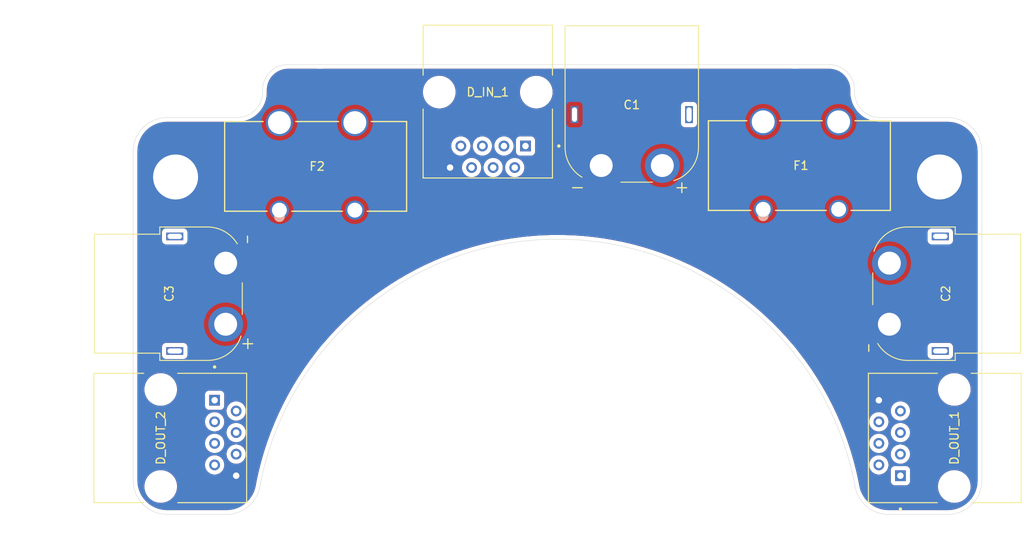
<source format=kicad_pcb>
(kicad_pcb (version 20240108) (generator "pcbnew") (generator_version "8.0")
  (layers (0 "F.Cu" signal) (1 "In1.Cu" signal) (2 "In2.Cu" signal) (31 "B.Cu" signal) (34 "B.Paste" user) (35 "F.Paste" user) (36 "B.SilkS" user "B.Silkscreen") (37 "F.SilkS" user "F.Silkscreen") (38 "B.Mask" user) (39 "F.Mask" user) (44 "Edge.Cuts" user))
  (net 0 "")
  (net 1 "CANL")
  (net 2 "+5V")
  (net 3 "CANH")
  (net 4 "+24V")
  (net 5 "GND")
  (net 18 "Net-(C2-+)")
  (net 19 "Net-(C3-+)")
  (footprint "footprints:3550-2_KEY" (layer "F.Cu") (at 49.2328 40.9062 90)
    (property "Reference" "F2" (at 5.1562 4.445 0) (layer "F.SilkS"))
    (property "Value" "3550 x2")
    (fp_circle (center -0.762 0) (end -0.381 0) (stroke (width 0.508)) (fill none) (layer "B.SilkS"))
    (fp_line (start 10.4394 -6.4516) (end -0.127 -6.4516) (stroke (width 0.1524)) (layer "F.SilkS"))
    (fp_line (start -0.127 -6.4516) (end -0.127 -1.457517) (stroke (width 0.1524)) (layer "F.SilkS"))
    (fp_line (start 10.4394 -1.928763) (end 10.4394 -6.4516) (stroke (width 0.1524)) (layer "F.SilkS"))
    (fp_line (start -0.127 1.457517) (end -0.127 7.432483) (stroke (width 0.1524)) (layer "F.SilkS"))
    (fp_line (start 10.4394 6.961237) (end 10.4394 1.928763) (stroke (width 0.1524)) (layer "F.SilkS"))
    (fp_line (start -0.127 10.347517) (end -0.127 14.986) (stroke (width 0.1524)) (layer "F.SilkS"))
    (fp_line (start 10.4394 14.986) (end 10.4394 10.818763) (stroke (width 0.1524)) (layer "F.SilkS"))
    (fp_line (start -0.127 14.986) (end 10.4394 14.986) (stroke (width 0.1524)) (layer "F.SilkS"))
    (pad "1" thru_hole circle (at 0 0 90) (size 2.2606 2.2606) (drill 1.7526) (layers "*.Cu" "*.Mask") (net 19 "Net-(C3-+)"))
    (pad "2" thru_hole circle (at 0 8.89 90) (size 2.2606 2.2606) (drill 1.7526) (layers "*.Cu" "*.Mask") (net 4 "+24V"))
    (pad "3" thru_hole circle (at 10.3124 0 90) (size 3.2004 3.2004) (drill 2.6924) (layers "*.Cu" "*.Mask") (net 19 "Net-(C3-+)"))
    (pad "4" thru_hole circle (at 10.3124 8.89 90) (size 3.2004 3.2004) (drill 2.6924) (layers "*.Cu" "*.Mask") (net 4 "+24V"))
  )
  (footprint "Connector_AMASS:AMASS_XT60PW-F_1x02_P7.20mm_Horizontal" (layer "F.Cu") (at 121.1 54.35 -90)
    (property "Reference" "C2" (at -3.6 -6.65 -90) (layer "F.SilkS"))
    (property "Value" "XT60PW-F")
    (fp_line (start -6.05 1.96) (end -2.31 1.96) (stroke (width 0.12)) (layer "F.SilkS"))
    (fp_line (start -11.46 -7.76) (end -11.46 -2.15) (stroke (width 0.12)) (layer "F.SilkS"))
    (fp_line (start -11.46 -7.76) (end -10.61 -7.76) (stroke (width 0.12)) (layer "F.SilkS"))
    (fp_line (start 3.41 -7.76) (end 4.26 -7.76) (stroke (width 0.12)) (layer "F.SilkS"))
    (fp_line (start 4.26 -7.76) (end 4.26 -2.15) (stroke (width 0.12)) (layer "F.SilkS"))
    (fp_line (start -10.61 -15.46) (end -10.61 -7.76) (stroke (width 0.12)) (layer "F.SilkS"))
    (fp_line (start -10.61 -15.46) (end 3.41 -15.46) (stroke (width 0.12)) (layer "F.SilkS"))
    (fp_line (start 3.41 -15.46) (end 3.41 -7.76) (stroke (width 0.12)) (layer "F.SilkS"))
    (fp_arc (start -8.5899 1.808718) (mid -10.677645 0.302568) (end -11.46 -2.15) (stroke (width 0.12)) (layer "F.SilkS"))
    (fp_arc (start 4.26 -2.15) (mid 3.727162 -0.126139) (end 2.266806 1.372958) (stroke (width 0.12)) (layer "F.SilkS"))
    (fp_text user "-" (at 2.8 2.5 90) (layer "F.SilkS"))
    (pad "" thru_hole rect (at -10.35 -6 270) (size 0.9 2) (drill oval 0.6 1.7) (layers "*.Cu" "*.Mask"))
    (pad "" thru_hole rect (at 3.15 -6 270) (size 0.9 2) (drill oval 0.6 1.7) (layers "*.Cu" "*.Mask"))
    (pad "1" thru_hole roundrect (at 0 0 270) (size 4.1 4.1) (drill 2.7) (layers "*.Cu" "*.Mask") (net 5 "GND"))
    (pad "2" thru_hole circle (at -7.2 0 270) (size 4.1 4.1) (drill 2.7) (layers "*.Cu" "*.Mask") (net 18 "Net-(C2-+)"))
  )
  (footprint "54601-908WPLF:AMPHENOL_54601-908WPLF" (layer "F.Cu") (at 73.784 27 180)
    (property "Reference" "D_IN_1" (at 0 0 0) (layer "F.SilkS"))
    (property "Value" "RJ45")
    (fp_line (start 7.62 7.88) (end 7.62 1.995) (stroke (width 0.127)) (layer "F.SilkS"))
    (fp_line (start 7.62 -1.995) (end 7.62 -10.12) (stroke (width 0.127)) (layer "F.SilkS"))
    (fp_line (start 7.62 -10.12) (end -7.62 -10.12) (stroke (width 0.127)) (layer "F.SilkS"))
    (fp_line (start -7.62 7.88) (end 7.62 7.88) (stroke (width 0.127)) (layer "F.SilkS"))
    (fp_line (start -7.62 7.88) (end -7.62 1.995) (stroke (width 0.127)) (layer "F.SilkS"))
    (fp_line (start -7.62 -10.12) (end -7.62 -1.995) (stroke (width 0.127)) (layer "F.SilkS"))
    (fp_circle (center -8.37 -6.35) (end -8.27 -6.35) (stroke (width 0.2)) (fill none) (layer "F.SilkS"))
    (pad "" np_thru_hole circle (at -5.716 0 180) (size 3.35 3.35) (drill 3.35) (layers "*.Cu" "*.Mask"))
    (pad "" np_thru_hole circle (at 5.716 0 180) (size 3.35 3.35) (drill 3.35) (layers "*.Cu" "*.Mask"))
    (pad "1" thru_hole rect (at -4.445 -6.35 180) (size 1.268 1.268) (drill 0.76) (layers "*.Cu" "*.Mask") (net 3 "CANH"))
    (pad "2" thru_hole circle (at -3.175 -8.89 180) (size 1.268 1.268) (drill 0.76) (layers "*.Cu" "*.Mask") (net 1 "CANL"))
    (pad "3" thru_hole circle (at -1.905 -6.35 180) (size 1.268 1.268) (drill 0.76) (layers "*.Cu" "*.Mask"))
    (pad "4" thru_hole circle (at -0.635 -8.89 180) (size 1.268 1.268) (drill 0.76) (layers "*.Cu" "*.Mask"))
    (pad "5" thru_hole circle (at 0.635 -6.35 180) (size 1.268 1.268) (drill 0.76) (layers "*.Cu" "*.Mask"))
    (pad "6" thru_hole circle (at 1.905 -8.89 180) (size 1.268 1.268) (drill 0.76) (layers "*.Cu" "*.Mask"))
    (pad "7" thru_hole circle (at 3.175 -6.35 180) (size 1.268 1.268) (drill 0.76) (layers "*.Cu" "*.Mask") (net 2 "+5V"))
    (pad "8" thru_hole circle (at 4.445 -8.89 180) (size 1.268 1.268) (drill 0.76) (layers "*.Cu" "*.Mask") (net 5 "GND"))
  )
  (footprint "Connector_AMASS:AMASS_XT60PW-M_1x02_P7.20mm_Horizontal" (layer "F.Cu") (at 87.15 35.65)
    (property "Reference" "C1" (at 3.6 -7.15 0) (layer "F.SilkS"))
    (property "Value" "XT60PW-M")
    (fp_line (start -4.26 -16.46) (end -4.26 -2.15) (stroke (width 0.12)) (layer "F.SilkS"))
    (fp_line (start -4.26 -16.46) (end 11.46 -16.46) (stroke (width 0.12)) (layer "F.SilkS"))
    (fp_line (start 2.31 1.96) (end 6.05 1.96) (stroke (width 0.12)) (layer "F.SilkS"))
    (fp_line (start 11.46 -16.46) (end 11.46 -2.15) (stroke (width 0.12)) (layer "F.SilkS"))
    (fp_arc (start -2.266806 1.372958) (mid -3.727162 -0.126139) (end -4.26 -2.15) (stroke (width 0.12)) (layer "F.SilkS"))
    (fp_arc (start 11.46 -2.15) (mid 10.653852 0.294722) (end 8.551648 1.780413) (stroke (width 0.12)) (layer "F.SilkS"))
    (fp_text user "+" (at 9.5 2.5 0) (layer "F.SilkS") (effects (font (size 1.5 1.5))))
    (fp_text user "-" (at -2.8 2.5 0) (layer "F.SilkS") (effects (font (size 1.5 1.5))))
    (pad "" thru_hole rect (at -3.15 -6) (size 0.9 2) (drill oval 0.6 1.7) (layers "*.Cu" "*.Mask") (net 4 "+24V"))
    (pad "" thru_hole rect (at 10.35 -6) (size 0.9 2) (drill oval 0.6 1.7) (layers "*.Cu" "*.Mask"))
    (pad "1" thru_hole roundrect (at 0 0) (size 4.1 4.1) (drill 2.7) (layers "*.Cu" "*.Mask") (net 5 "GND"))
    (pad "2" thru_hole circle (at 7.2 0) (size 4.1 4.1) (drill 2.7) (layers "*.Cu" "*.Mask") (net 4 "+24V"))
  )
  (footprint "MountingHole:MountingHole_5.3mm_M5_DIN965_Pad_TopBottom" (layer "F.Cu") (at 127 37)
    (property "Reference" "H2" (hide yes))
    (property "Value" "MountingHole_Pad")
    (pad "1" thru_hole circle (at 0 0) (size 5.7 5.7) (drill 5.3) (layers "*.Cu" "*.Mask") (net 5 "GND"))
    (pad "1" connect circle (at 0 0) (size 7 7) (layers "F.Cu" "F.Mask") (net 5 "GND"))
    (pad "1" connect circle (at 0 0) (size 7 7) (layers "B.Cu" "B.Mask") (net 5 "GND"))
  )
  (footprint "Connector_AMASS:AMASS_XT60PW-F_1x02_P7.20mm_Horizontal" (layer "F.Cu") (at 42.9 47.15 90)
    (property "Reference" "C3" (at -3.6 -6.65 90) (layer "F.SilkS"))
    (property "Value" "XT60PW-F")
    (fp_line (start 3.41 -15.46) (end 3.41 -7.76) (stroke (width 0.12)) (layer "F.SilkS"))
    (fp_line (start -10.61 -15.46) (end 3.41 -15.46) (stroke (width 0.12)) (layer "F.SilkS"))
    (fp_line (start -10.61 -15.46) (end -10.61 -7.76) (stroke (width 0.12)) (layer "F.SilkS"))
    (fp_line (start 4.26 -7.76) (end 4.26 -2.15) (stroke (width 0.12)) (layer "F.SilkS"))
    (fp_line (start 3.41 -7.76) (end 4.26 -7.76) (stroke (width 0.12)) (layer "F.SilkS"))
    (fp_line (start -11.46 -7.76) (end -10.61 -7.76) (stroke (width 0.12)) (layer "F.SilkS"))
    (fp_line (start -11.46 -7.76) (end -11.46 -2.15) (stroke (width 0.12)) (layer "F.SilkS"))
    (fp_line (start -6.05 1.96) (end -2.31 1.96) (stroke (width 0.12)) (layer "F.SilkS"))
    (fp_arc (start 4.26 -2.15) (mid 3.727162 -0.126139) (end 2.266806 1.372958) (stroke (width 0.12)) (layer "F.SilkS"))
    (fp_arc (start -8.5899 1.808718) (mid -10.677645 0.302568) (end -11.46 -2.15) (stroke (width 0.12)) (layer "F.SilkS"))
    (fp_text user "+" (at -9.5 2.5 90) (layer "F.SilkS") (effects (font (size 1.5 1.5))))
    (fp_text user "-" (at 2.8 2.5 90) (layer "F.SilkS"))
    (pad "" thru_hole rect (at -10.35 -6 90) (size 0.9 2) (drill oval 0.6 1.7) (layers "*.Cu" "*.Mask"))
    (pad "" thru_hole rect (at 3.15 -6 90) (size 0.9 2) (drill oval 0.6 1.7) (layers "*.Cu" "*.Mask"))
    (pad "1" thru_hole roundrect (at 0 0 90) (size 4.1 4.1) (drill 2.7) (layers "*.Cu" "*.Mask") (net 5 "GND"))
    (pad "2" thru_hole circle (at -7.2 0 90) (size 4.1 4.1) (drill 2.7) (layers "*.Cu" "*.Mask") (net 19 "Net-(C3-+)"))
  )
  (footprint "54601-908WPLF:AMPHENOL_54601-908WPLF" (layer "F.Cu") (at 35.25 67.75 -90)
    (property "Reference" "D_OUT_2" (at 0 0 90) (layer "F.SilkS"))
    (property "Value" "RJ45")
    (fp_line (start -7.62 7.88) (end 7.62 7.88) (stroke (width 0.127)) (layer "F.SilkS"))
    (fp_line (start -7.62 7.88) (end -7.62 1.995) (stroke (width 0.127)) (layer "F.SilkS"))
    (fp_line (start 7.62 7.88) (end 7.62 1.995) (stroke (width 0.127)) (layer "F.SilkS"))
    (fp_line (start 7.62 -1.995) (end 7.62 -10.12) (stroke (width 0.127)) (layer "F.SilkS"))
    (fp_line (start -7.62 -10.12) (end -7.62 -1.995) (stroke (width 0.127)) (layer "F.SilkS"))
    (fp_line (start 7.62 -10.12) (end -7.62 -10.12) (stroke (width 0.127)) (layer "F.SilkS"))
    (fp_circle (center -8.37 -6.35) (end -8.27 -6.35) (stroke (width 0.2)) (fill none) (layer "F.SilkS"))
    (pad "" np_thru_hole circle (at -5.716 0 270) (size 3.35 3.35) (drill 3.35) (layers "*.Cu" "*.Mask"))
    (pad "" np_thru_hole circle (at 5.716 0 270) (size 3.35 3.35) (drill 3.35) (layers "*.Cu" "*.Mask"))
    (pad "1" thru_hole rect (at -4.445 -6.35 270) (size 1.268 1.268) (drill 0.76) (layers "*.Cu" "*.Mask") (net 3 "CANH"))
    (pad "2" thru_hole circle (at -3.175 -8.89 270) (size 1.268 1.268) (drill 0.76) (layers "*.Cu" "*.Mask") (net 1 "CANL"))
    (pad "3" thru_hole circle (at -1.905 -6.35 270) (size 1.268 1.268) (drill 0.76) (layers "*.Cu" "*.Mask"))
    (pad "4" thru_hole circle (at -0.635 -8.89 270) (size 1.268 1.268) (drill 0.76) (layers "*.Cu" "*.Mask"))
    (pad "5" thru_hole circle (at 0.635 -6.35 270) (size 1.268 1.268) (drill 0.76) (layers "*.Cu" "*.Mask"))
    (pad "6" thru_hole circle (at 1.905 -8.89 270) (size 1.268 1.268) (drill 0.76) (layers "*.Cu" "*.Mask"))
    (pad "7" thru_hole circle (at 3.175 -6.35 270) (size 1.268 1.268) (drill 0.76) (layers "*.Cu" "*.Mask") (net 2 "+5V"))
    (pad "8" thru_hole circle (at 4.445 -8.89 270) (size 1.268 1.268) (drill 0.76) (layers "*.Cu" "*.Mask") (net 5 "GND"))
  )
  (footprint "54601-908WPLF:AMPHENOL_54601-908WPLF" (layer "F.Cu") (at 128.75 67.75 90)
    (property "Reference" "D_OUT_1" (at 0 0 90) (layer "F.SilkS"))
    (property "Value" "RJ45")
    (fp_line (start 7.62 -10.12) (end -7.62 -10.12) (stroke (width 0.127)) (layer "F.SilkS"))
    (fp_line (start -7.62 -10.12) (end -7.62 -1.995) (stroke (width 0.127)) (layer "F.SilkS"))
    (fp_line (start 7.62 -1.995) (end 7.62 -10.12) (stroke (width 0.127)) (layer "F.SilkS"))
    (fp_line (start 7.62 7.88) (end 7.62 1.995) (stroke (width 0.127)) (layer "F.SilkS"))
    (fp_line (start -7.62 7.88) (end -7.62 1.995) (stroke (width 0.127)) (layer "F.SilkS"))
    (fp_line (start -7.62 7.88) (end 7.62 7.88) (stroke (width 0.127)) (layer "F.SilkS"))
    (fp_circle (center -8.37 -6.35) (end -8.27 -6.35) (stroke (width 0.2)) (fill none) (layer "F.SilkS"))
    (pad "" np_thru_hole circle (at -5.716 0 90) (size 3.35 3.35) (drill 3.35) (layers "*.Cu" "*.Mask"))
    (pad "" np_thru_hole circle (at 5.716 0 90) (size 3.35 3.35) (drill 3.35) (layers "*.Cu" "*.Mask"))
    (pad "1" thru_hole rect (at -4.445 -6.35 90) (size 1.268 1.268) (drill 0.76) (layers "*.Cu" "*.Mask") (net 3 "CANH"))
    (pad "2" thru_hole circle (at -3.175 -8.89 90) (size 1.268 1.268) (drill 0.76) (layers "*.Cu" "*.Mask") (net 1 "CANL"))
    (pad "3" thru_hole circle (at -1.905 -6.35 90) (size 1.268 1.268) (drill 0.76) (layers "*.Cu" "*.Mask"))
    (pad "4" thru_hole circle (at -0.635 -8.89 90) (size 1.268 1.268) (drill 0.76) (layers "*.Cu" "*.Mask"))
    (pad "5" thru_hole circle (at 0.635 -6.35 90) (size 1.268 1.268) (drill 0.76) (layers "*.Cu" "*.Mask"))
    (pad "6" thru_hole circle (at 1.905 -8.89 90) (size 1.268 1.268) (drill 0.76) (layers "*.Cu" "*.Mask"))
    (pad "7" thru_hole circle (at 3.175 -6.35 90) (size 1.268 1.268) (drill 0.76) (layers "*.Cu" "*.Mask") (net 2 "+5V"))
    (pad "8" thru_hole circle (at 4.445 -8.89 90) (size 1.268 1.268) (drill 0.76) (layers "*.Cu" "*.Mask") (net 5 "GND"))
  )
  (footprint "footprints:3550-2_KEY" (layer "F.Cu") (at 106.2328 40.8124 90)
    (property "Reference" "F1" (at 5.1562 4.445 0) (layer "F.SilkS"))
    (property "Value" "3550 x2")
    (fp_circle (center -0.762 0) (end -0.381 0) (stroke (width 0.508)) (fill none) (layer "B.SilkS"))
    (fp_line (start 10.4394 -6.4516) (end -0.127 -6.4516) (stroke (width 0.1524)) (layer "F.SilkS"))
    (fp_line (start -0.127 -6.4516) (end -0.127 -1.457517) (stroke (width 0.1524)) (layer "F.SilkS"))
    (fp_line (start 10.4394 -1.928763) (end 10.4394 -6.4516) (stroke (width 0.1524)) (layer "F.SilkS"))
    (fp_line (start -0.127 1.457517) (end -0.127 7.432483) (stroke (width 0.1524)) (layer "F.SilkS"))
    (fp_line (start 10.4394 6.961237) (end 10.4394 1.928763) (stroke (width 0.1524)) (layer "F.SilkS"))
    (fp_line (start -0.127 10.347517) (end -0.127 14.986) (stroke (width 0.1524)) (layer "F.SilkS"))
    (fp_line (start 10.4394 14.986) (end 10.4394 10.818763) (stroke (width 0.1524)) (layer "F.SilkS"))
    (fp_line (start -0.127 14.986) (end 10.4394 14.986) (stroke (width 0.1524)) (layer "F.SilkS"))
    (pad "1" thru_hole circle (at 0 0 90) (size 2.2606 2.2606) (drill 1.7526) (layers "*.Cu" "*.Mask") (net 4 "+24V"))
    (pad "2" thru_hole circle (at 0 8.89 90) (size 2.2606 2.2606) (drill 1.7526) (layers "*.Cu" "*.Mask") (net 18 "Net-(C2-+)"))
    (pad "3" thru_hole circle (at 10.3124 0 90) (size 3.2004 3.2004) (drill 2.6924) (layers "*.Cu" "*.Mask") (net 4 "+24V"))
    (pad "4" thru_hole circle (at 10.3124 8.89 90) (size 3.2004 3.2004) (drill 2.6924) (layers "*.Cu" "*.Mask") (net 18 "Net-(C2-+)"))
  )
  (footprint "MountingHole:MountingHole_5.3mm_M5_DIN965_Pad_TopBottom" (layer "F.Cu") (at 37 37)
    (property "Reference" "H1" (hide yes))
    (property "Value" "MountingHole_Pad")
    (pad "1" thru_hole circle (at 0 0) (size 5.7 5.7) (drill 5.3) (layers "*.Cu" "*.Mask") (net 5 "GND"))
    (pad "1" connect circle (at 0 0) (size 7 7) (layers "F.Cu" "F.Mask") (net 5 "GND"))
    (pad "1" connect circle (at 0 0) (size 7 7) (layers "B.Cu" "B.Mask") (net 5 "GND"))
  )
  (gr_arc (start 46.93149 73.487153) (mid 82 44.331841) (end 117.06851 73.487154) (stroke (width 0.05)) (layer "Edge.Cuts"))
  (gr_arc (start 132 72.75) (mid 130.828427 75.578427) (end 128 76.75) (stroke (width 0.05)) (layer "Edge.Cuts"))
  (gr_line (start 120 30) (end 128 30) (stroke (width 0.05)) (layer "Edge.Cuts"))
  (gr_arc (start 120 30) (mid 117.87868 29.12132) (end 117 27) (stroke (width 0.05)) (layer "Edge.Cuts"))
  (gr_arc (start 46.931489 73.487154) (mid 45.554544 75.828037) (end 43 76.75) (stroke (width 0.05)) (layer "Edge.Cuts"))
  (gr_arc (start 32 34) (mid 33.171573 31.171573) (end 36 30) (stroke (width 0.05)) (layer "Edge.Cuts"))
  (gr_arc (start 114 23.75) (mid 116.12132 24.62868) (end 117 26.75) (stroke (width 0.05)) (layer "Edge.Cuts"))
  (gr_arc (start 121 76.75) (mid 118.445456 75.828037) (end 117.068511 73.487154) (stroke (width 0.05)) (layer "Edge.Cuts"))
  (gr_line (start 32 34) (end 32 72.75) (stroke (width 0.05)) (layer "Edge.Cuts"))
  (gr_arc (start 128 30) (mid 130.828427 31.171573) (end 132 34) (stroke (width 0.05)) (layer "Edge.Cuts"))
  (gr_line (start 36 30) (end 44.25 30) (stroke (width 0.05)) (layer "Edge.Cuts"))
  (gr_line (start 128 76.75) (end 121 76.75) (stroke (width 0.05)) (layer "Edge.Cuts"))
  (gr_line (start 36 76.75) (end 43 76.75) (stroke (width 0.05)) (layer "Edge.Cuts"))
  (gr_line (start 117 26.75) (end 117 27) (stroke (width 0.05)) (layer "Edge.Cuts"))
  (gr_line (start 50.25 23.75) (end 114 23.75) (stroke (width 0.05)) (layer "Edge.Cuts"))
  (gr_line (start 47.25 27) (end 47.25 26.75) (stroke (width 0.05)) (layer "Edge.Cuts"))
  (gr_arc (start 36 76.75) (mid 33.171573 75.578427) (end 32 72.75) (stroke (width 0.05)) (layer "Edge.Cuts"))
  (gr_arc (start 47.25 26.75) (mid 48.12868 24.62868) (end 50.25 23.75) (stroke (width 0.05)) (layer "Edge.Cuts"))
  (gr_arc (start 47.25 27) (mid 46.37132 29.12132) (end 44.25 30) (stroke (width 0.05)) (layer "Edge.Cuts"))
  (gr_line (start 132 34) (end 132 72.75) (stroke (width 0.05)) (layer "Edge.Cuts"))
  (zone (net 4) (net_name "+24V") (layer "F.Cu") (priority 1) (connect_pads yes (clearance 0.5)) (min_thickness 0.25) (fill yes (thermal_gap 0.5) (thermal_bridge_width 0.5))
    (polygon (pts (xy 53.75 18.5) (xy 110.25 18.5) (xy 110.25 76.88) (xy 53.75 76.88)))
  )
  (zone (net 19) (net_name "Net-(C3-+)") (layer "F.Cu") (priority 1) (connect_pads yes (clearance 0.5)) (min_thickness 0.25) (fill yes (thermal_gap 0.5) (thermal_bridge_width 0.5))
    (polygon (pts (xy 30 18.5) (xy 53.75 18.5) (xy 53.75 76.88) (xy 30 76.88)))
  )
  (zone (net 18) (net_name "Net-(C2-+)") (layer "F.Cu") (priority 1) (connect_pads yes (clearance 0.5)) (min_thickness 0.25) (fill yes (thermal_gap 0.5) (thermal_bridge_width 0.5))
    (polygon (pts (xy 110.25 18.5) (xy 134 18.5) (xy 134.1 76.88) (xy 110.25 76.88)))
  )
  (zone (net 5) (net_name "GND") (layer "B.Cu") (connect_pads yes (clearance 0.5)) (min_thickness 0.25) (fill yes (thermal_gap 0.5) (thermal_bridge_width 0.5))
    (polygon (pts (xy 30 18.5) (xy 134 18.5) (xy 134.1 76.88) (xy 30 76.88)))
  )
)
</source>
